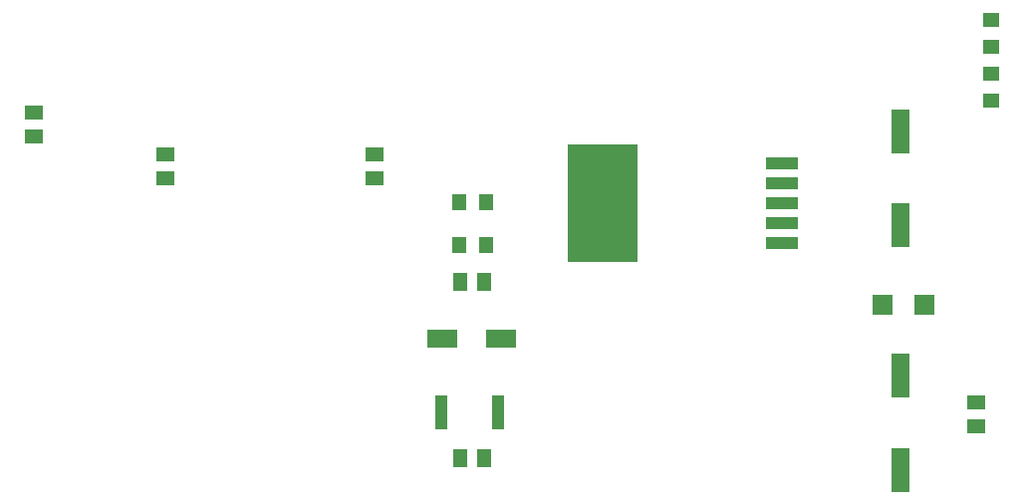
<source format=gtp>
G04 Layer_Color=8421504*
%FSLAX44Y44*%
%MOMM*%
G71*
G01*
G75*
%ADD10R,1.7780X1.7780*%
%ADD11R,1.5000X3.7500*%
%ADD12R,1.2700X1.6002*%
%ADD13R,1.6002X1.2700*%
%ADD14R,2.5000X1.5000*%
%ADD15R,1.0000X3.0000*%
%ADD16R,2.7500X1.0700*%
%ADD17R,6.0000X10.0000*%
%ADD18R,1.3970X1.2700*%
%ADD19R,1.2700X1.3970*%
D10*
X-152440Y220000D02*
D03*
X-188000D02*
D03*
D11*
X-172000Y160000D02*
D03*
Y80000D02*
D03*
Y288000D02*
D03*
Y368000D02*
D03*
D12*
X-546160Y90000D02*
D03*
X-525840D02*
D03*
X-525840Y240000D02*
D03*
X-546160D02*
D03*
D13*
X-619000Y348320D02*
D03*
Y328000D02*
D03*
X-797000Y348160D02*
D03*
Y327840D02*
D03*
X-108000Y137000D02*
D03*
Y116680D02*
D03*
X-909000Y384000D02*
D03*
Y363680D02*
D03*
D14*
X-512000Y192000D02*
D03*
X-562000D02*
D03*
D15*
X-514000Y129000D02*
D03*
X-563000D02*
D03*
D16*
X-272746Y273000D02*
D03*
Y290000D02*
D03*
Y307000D02*
D03*
Y324000D02*
D03*
Y341000D02*
D03*
D17*
X-425891Y307000D02*
D03*
D18*
X-95000Y394140D02*
D03*
Y417000D02*
D03*
Y462860D02*
D03*
Y440000D02*
D03*
D19*
X-524570Y308000D02*
D03*
X-547430D02*
D03*
Y271000D02*
D03*
X-524570D02*
D03*
M02*

</source>
